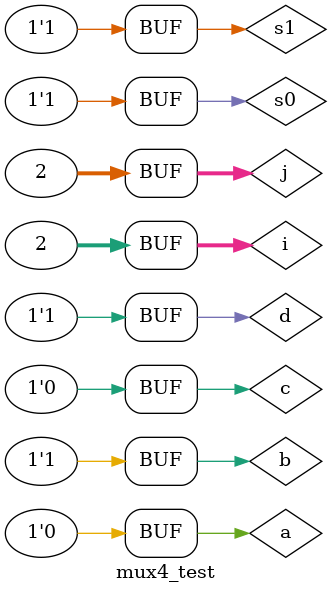
<source format=v>
`timescale 1ns / 1ps


module mux4_test();

reg a,b,c,d,s1,s0;
wire Y;
integer i,j;

Mux4 uut(a,b,c,d,s0,s1,Y);

initial begin
a = 0;
b = 1;
c = 0;
d = 1;

for(i = 0; i<=1; i = i+1) begin
s1 = i;
#10;
for(j = 0; j<=1; j = j+1) begin
s0 = j;
#10;
end
end
end

endmodule

</source>
